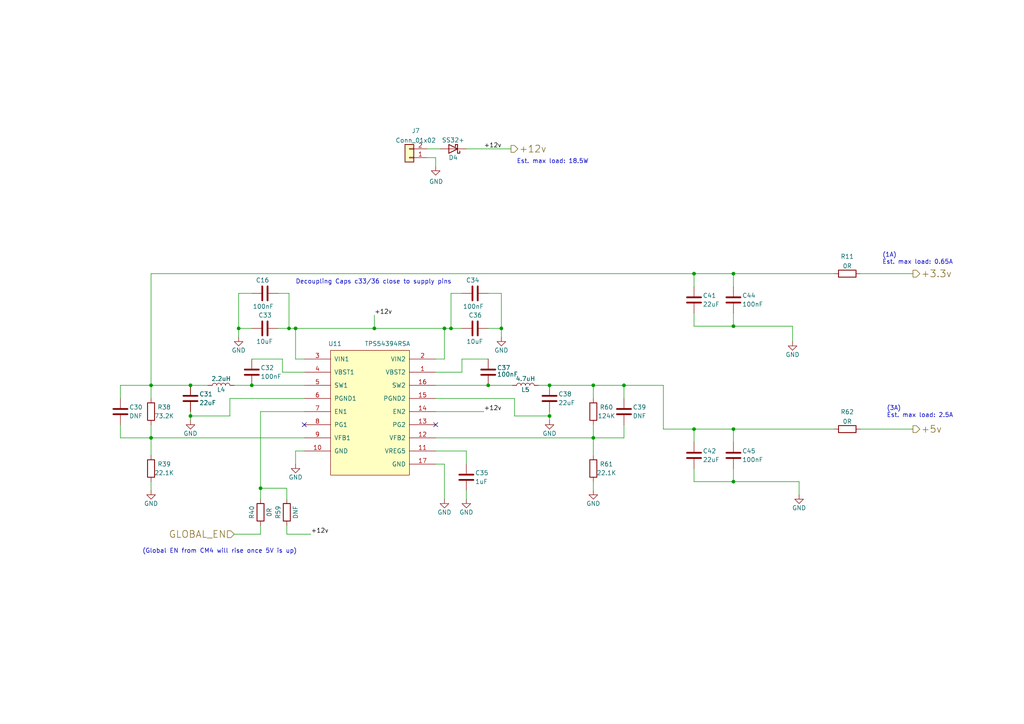
<source format=kicad_sch>
(kicad_sch (version 20211123) (generator eeschema)
  (paper "A4")
  (title_block (title "Yak") (date "2022-02-01") (rev "2") (company "Pionix GmbH") (comment 1 "Cornelius Claussen"))
  (lib_symbols
    (symbol "Connector_Generic:Conn_01x02" (pin_names (offset 1.016) hide)
      (property "Reference" "J" (at 0 2.54 0))
      (property "Value" "Conn_01x02" (at 0 -5.08 0))
      (symbol "Conn_01x02_1_1"
        (rectangle (start -1.27 -2.413) (end 0 -2.667) (stroke (width 0.1524)))
        (rectangle (start -1.27 0.127) (end 0 -0.127) (stroke (width 0.1524)))
        (rectangle (start -1.27 1.27) (end 1.27 -3.81) (stroke (width 0.254)) (fill (type background)))
        (pin passive line (at -5.08 0 0) (length 3.81) (name "Pin_1") (number "1"))
        (pin passive line (at -5.08 -2.54 0) (length 3.81) (name "Pin_2") (number "2"))
      )
    )
    (symbol "Device:C" (pin_numbers hide) (pin_names (offset 0.254))
      (property "Reference" "C" (at 0.635 2.54 0))
      (property "Value" "C" (at 0.635 -2.54 0))
      (symbol "C_0_1"
        (polyline (pts (xy -2.032 -0.762) (xy 2.032 -0.762)) (stroke (width 0.508)))
        (polyline (pts (xy -2.032 0.762) (xy 2.032 0.762)) (stroke (width 0.508)))
      )
      (symbol "C_1_1"
        (pin passive line (at 0 3.81 270) (length 2.794) (name "~") (number "1"))
        (pin passive line (at 0 -3.81 90) (length 2.794) (name "~") (number "2"))
      )
    )
    (symbol "Device:D_Schottky" (pin_numbers hide) (pin_names (offset 1.016) hide)
      (property "Reference" "D" (at 0 2.54 0))
      (property "Value" "D_Schottky" (at 0 -2.54 0))
      (symbol "D_Schottky_0_1"
        (polyline (pts (xy 1.27 0) (xy -1.27 0)))
        (polyline (pts (xy 1.27 1.27) (xy 1.27 -1.27) (xy -1.27 0) (xy 1.27 1.27)) (stroke (width 0.254)))
        (polyline (pts (xy -1.905 0.635) (xy -1.905 1.27) (xy -1.27 1.27) (xy -1.27 -1.27) (xy -0.635 -1.27) (xy -0.635 -0.635)) (stroke (width 0.254)))
      )
      (symbol "D_Schottky_1_1"
        (pin passive line (at -3.81 0 0) (length 2.54) (name "K") (number "1"))
        (pin passive line (at 3.81 0 180) (length 2.54) (name "A") (number "2"))
      )
    )
    (symbol "Device:L" (pin_numbers hide) (pin_names (offset 1.016) hide)
      (property "Reference" "L" (at -1.27 0 90))
      (property "Value" "L" (at 1.905 0 90))
      (symbol "L_0_1"
        (arc (start 0 -2.54) (mid 0.635 -1.905) (end 0 -1.27))
        (arc (start 0 -1.27) (mid 0.635 -0.635) (end 0 0))
        (arc (start 0 0) (mid 0.635 0.635) (end 0 1.27))
        (arc (start 0 1.27) (mid 0.635 1.905) (end 0 2.54))
      )
      (symbol "L_1_1"
        (pin passive line (at 0 3.81 270) (length 1.27) (name "1") (number "1"))
        (pin passive line (at 0 -3.81 90) (length 1.27) (name "2") (number "2"))
      )
    )
    (symbol "Device:R" (pin_numbers hide) (pin_names (offset 0))
      (property "Reference" "R" (at 2.032 0 90))
      (property "Value" "R" (at 0 0 90))
      (symbol "R_0_1"
        (rectangle (start -1.016 -2.54) (end 1.016 2.54) (stroke (width 0.254)))
      )
      (symbol "R_1_1"
        (pin passive line (at 0 3.81 270) (length 1.27) (name "~") (number "1"))
        (pin passive line (at 0 -3.81 90) (length 1.27) (name "~") (number "2"))
      )
    )
    (symbol "Pionix:TPS54394RSA" (pin_names (offset 1.016))
      (property "Reference" "U11" (at -10.16 19.685 0))
      (property "Value" "TPS54394RSA" (at 5.08 19.685 0))
      (symbol "TPS54394RSA_1_0"
        (rectangle (start -11.43 17.78) (end 11.43 -18.415) (fill (type background)))
      )
      (symbol "TPS54394RSA_1_1"
        (pin input line (at 19.05 11.43 180) (length 7.62) (name "VBST2") (number "1"))
        (pin input line (at -19.05 -11.43 0) (length 7.62) (name "GND") (number "10"))
        (pin input line (at 19.05 -11.43 180) (length 7.62) (name "VREG5") (number "11"))
        (pin input line (at 19.05 -7.62 180) (length 7.62) (name "VFB2") (number "12"))
        (pin input line (at 19.05 -3.81 180) (length 7.62) (name "PG2") (number "13"))
        (pin input line (at 19.05 0 180) (length 7.62) (name "EN2") (number "14"))
        (pin input line (at 19.05 3.81 180) (length 7.62) (name "PGND2") (number "15"))
        (pin input line (at 19.05 7.62 180) (length 7.62) (name "SW2") (number "16"))
        (pin input line (at 19.05 -15.24 180) (length 7.62) (name "GND") (number "17"))
        (pin input line (at 19.05 15.24 180) (length 7.62) (name "VIN2") (number "2"))
        (pin input line (at -19.05 15.24 0) (length 7.62) (name "VIN1") (number "3"))
        (pin input line (at -19.05 11.43 0) (length 7.62) (name "VBST1") (number "4"))
        (pin input line (at -19.05 7.62 0) (length 7.62) (name "SW1") (number "5"))
        (pin input line (at -19.05 3.81 0) (length 7.62) (name "PGND1") (number "6"))
        (pin input line (at -19.05 0 0) (length 7.62) (name "EN1") (number "7"))
        (pin input line (at -19.05 -3.81 0) (length 7.62) (name "PG1") (number "8"))
        (pin input line (at -19.05 -7.62 0) (length 7.62) (name "VFB1") (number "9"))
      )
    )
    (symbol "power:GND" (power) (pin_names (offset 0))
      (property "Value" "GND" (at 0 -3.81 0))
      (symbol "GND_0_1"
        (polyline (pts (xy 0 0) (xy 0 -1.27) (xy 1.27 -1.27) (xy 0 -2.54) (xy -1.27 -1.27) (xy 0 -1.27)))
      )
      (symbol "GND_1_1"
        (pin power_in line (at 0 0 270) (length 0) hide (name "GND") (number "1"))
      )
    )
  )
  (junction (at 75.565 141.605))
  (junction (at 212.725 124.46))
  (junction (at 128.905 95.25))
  (junction (at 172.085 111.76))
  (junction (at 212.725 139.7))
  (junction (at 108.585 95.25))
  (junction (at 212.725 94.615))
  (junction (at 180.975 111.76))
  (junction (at 159.385 111.76))
  (junction (at 55.245 120.65))
  (junction (at 159.385 120.65))
  (junction (at 73.025 111.76))
  (junction (at 201.295 124.46))
  (junction (at 172.085 127))
  (junction (at 69.215 95.25))
  (junction (at 141.605 111.76))
  (junction (at 55.245 111.76))
  (junction (at 83.82 95.25))
  (junction (at 130.81 95.25))
  (junction (at 212.725 79.375))
  (junction (at 201.295 79.375))
  (junction (at 43.815 127))
  (junction (at 85.725 95.25))
  (junction (at 145.415 95.25))
  (junction (at 43.815 111.76))
  (no_connect (at 126.365 123.19))
  (no_connect (at 88.265 123.19))
  (wire (pts (xy 249.555 79.375) (xy 264.795 79.375)))
  (wire (pts (xy 43.815 79.375) (xy 201.295 79.375)))
  (wire (pts (xy 126.365 115.57) (xy 149.225 115.57)))
  (wire (pts (xy 88.265 115.57) (xy 66.675 115.57)))
  (wire (pts (xy 192.405 111.76) (xy 192.405 124.46)))
  (wire (pts (xy 126.365 107.95) (xy 133.985 107.95)))
  (wire (pts (xy 85.725 130.81) (xy 85.725 134.62)))
  (wire (pts (xy 75.565 144.78) (xy 75.565 141.605)))
  (wire (pts (xy 75.565 154.94) (xy 75.565 152.4)))
  (wire (pts (xy 67.945 154.94) (xy 75.565 154.94)))
  (wire (pts (xy 75.565 141.605) (xy 75.565 119.38)))
  (wire (pts (xy 212.725 139.7) (xy 231.775 139.7)))
  (wire (pts (xy 130.81 85.09) (xy 130.81 95.25)))
  (wire (pts (xy 85.725 95.25) (xy 108.585 95.25)))
  (wire (pts (xy 66.675 115.57) (xy 66.675 120.65)))
  (wire (pts (xy 83.82 95.25) (xy 85.725 95.25)))
  (wire (pts (xy 80.645 95.25) (xy 83.82 95.25)))
  (wire (pts (xy 156.21 111.76) (xy 159.385 111.76)))
  (wire (pts (xy 159.385 120.65) (xy 159.385 121.92)))
  (wire (pts (xy 192.405 124.46) (xy 201.295 124.46)))
  (wire (pts (xy 85.725 104.14) (xy 88.265 104.14)))
  (wire (pts (xy 172.085 127) (xy 172.085 132.08)))
  (wire (pts (xy 172.085 127) (xy 180.975 127)))
  (wire (pts (xy 212.725 128.27) (xy 212.725 124.46)))
  (wire (pts (xy 73.025 95.25) (xy 69.215 95.25)))
  (wire (pts (xy 73.025 85.09) (xy 69.215 85.09)))
  (wire (pts (xy 108.585 95.25) (xy 128.905 95.25)))
  (wire (pts (xy 141.605 111.76) (xy 148.59 111.76)))
  (wire (pts (xy 73.025 111.76) (xy 88.265 111.76)))
  (wire (pts (xy 201.295 139.7) (xy 212.725 139.7)))
  (wire (pts (xy 130.81 95.25) (xy 133.985 95.25)))
  (wire (pts (xy 88.265 119.38) (xy 75.565 119.38)))
  (wire (pts (xy 128.905 144.78) (xy 128.905 134.62)))
  (wire (pts (xy 212.725 83.185) (xy 212.725 79.375)))
  (wire (pts (xy 133.985 107.95) (xy 133.985 104.14)))
  (wire (pts (xy 145.415 85.09) (xy 145.415 95.25)))
  (wire (pts (xy 43.815 111.76) (xy 43.815 115.57)))
  (wire (pts (xy 149.225 115.57) (xy 149.225 120.65)))
  (wire (pts (xy 43.815 123.19) (xy 43.815 127)))
  (wire (pts (xy 83.185 154.94) (xy 90.17 154.94)))
  (wire (pts (xy 83.185 152.4) (xy 83.185 154.94)))
  (wire (pts (xy 126.365 104.14) (xy 128.905 104.14)))
  (wire (pts (xy 212.725 90.805) (xy 212.725 94.615)))
  (wire (pts (xy 212.725 79.375) (xy 241.935 79.375)))
  (wire (pts (xy 135.255 43.18) (xy 148.209 43.18)))
  (wire (pts (xy 201.295 94.615) (xy 212.725 94.615)))
  (wire (pts (xy 55.245 119.38) (xy 55.245 120.65)))
  (wire (pts (xy 212.725 124.46) (xy 241.935 124.46)))
  (wire (pts (xy 201.295 90.805) (xy 201.295 94.615)))
  (wire (pts (xy 128.905 134.62) (xy 126.365 134.62)))
  (wire (pts (xy 135.255 144.78) (xy 135.255 142.24)))
  (wire (pts (xy 34.925 123.19) (xy 34.925 127)))
  (wire (pts (xy 83.82 85.09) (xy 83.82 95.25)))
  (wire (pts (xy 126.365 127) (xy 172.085 127)))
  (wire (pts (xy 201.295 128.27) (xy 201.295 124.46)))
  (wire (pts (xy 128.905 104.14) (xy 128.905 95.25)))
  (wire (pts (xy 180.975 111.76) (xy 192.405 111.76)))
  (wire (pts (xy 172.085 111.76) (xy 172.085 115.57)))
  (wire (pts (xy 67.945 111.76) (xy 73.025 111.76)))
  (wire (pts (xy 43.815 79.375) (xy 43.815 111.76)))
  (wire (pts (xy 201.295 79.375) (xy 212.725 79.375)))
  (wire (pts (xy 145.415 95.25) (xy 141.605 95.25)))
  (wire (pts (xy 172.085 111.76) (xy 180.975 111.76)))
  (wire (pts (xy 172.085 123.19) (xy 172.085 127)))
  (wire (pts (xy 212.725 135.89) (xy 212.725 139.7)))
  (wire (pts (xy 83.185 144.78) (xy 83.185 141.605)))
  (wire (pts (xy 83.185 141.605) (xy 75.565 141.605)))
  (wire (pts (xy 180.975 127) (xy 180.975 123.19)))
  (wire (pts (xy 172.085 139.7) (xy 172.085 142.24)))
  (wire (pts (xy 212.725 94.615) (xy 229.87 94.615)))
  (wire (pts (xy 88.265 130.81) (xy 85.725 130.81)))
  (wire (pts (xy 201.295 135.89) (xy 201.295 139.7)))
  (wire (pts (xy 34.925 127) (xy 43.815 127)))
  (wire (pts (xy 128.905 95.25) (xy 130.81 95.25)))
  (wire (pts (xy 201.295 83.185) (xy 201.295 79.375)))
  (wire (pts (xy 201.295 124.46) (xy 212.725 124.46)))
  (wire (pts (xy 34.925 111.76) (xy 43.815 111.76)))
  (wire (pts (xy 55.245 120.65) (xy 55.245 121.92)))
  (wire (pts (xy 249.555 124.46) (xy 264.795 124.46)))
  (wire (pts (xy 43.815 127) (xy 43.815 132.08)))
  (wire (pts (xy 108.585 91.44) (xy 108.585 95.25)))
  (wire (pts (xy 80.645 85.09) (xy 83.82 85.09)))
  (wire (pts (xy 126.365 111.76) (xy 141.605 111.76)))
  (wire (pts (xy 73.025 104.14) (xy 81.915 104.14)))
  (wire (pts (xy 149.225 120.65) (xy 159.385 120.65)))
  (wire (pts (xy 81.915 107.95) (xy 88.265 107.95)))
  (wire (pts (xy 126.365 119.38) (xy 140.335 119.38)))
  (wire (pts (xy 231.775 139.7) (xy 231.775 143.51)))
  (wire (pts (xy 69.215 95.25) (xy 69.215 97.79)))
  (wire (pts (xy 159.385 119.38) (xy 159.385 120.65)))
  (wire (pts (xy 126.365 48.26) (xy 126.365 45.72)))
  (wire (pts (xy 126.365 45.72) (xy 123.825 45.72)))
  (wire (pts (xy 85.725 95.25) (xy 85.725 104.14)))
  (wire (pts (xy 133.985 104.14) (xy 141.605 104.14)))
  (wire (pts (xy 135.255 134.62) (xy 135.255 130.81)))
  (wire (pts (xy 180.975 115.57) (xy 180.975 111.76)))
  (wire (pts (xy 55.245 111.76) (xy 60.325 111.76)))
  (wire (pts (xy 43.815 127) (xy 88.265 127)))
  (wire (pts (xy 229.87 94.615) (xy 229.87 99.06)))
  (wire (pts (xy 145.415 97.79) (xy 145.415 95.25)))
  (wire (pts (xy 43.815 111.76) (xy 55.245 111.76)))
  (wire (pts (xy 141.605 85.09) (xy 145.415 85.09)))
  (wire (pts (xy 123.825 43.18) (xy 127.635 43.18)))
  (wire (pts (xy 66.675 120.65) (xy 55.245 120.65)))
  (wire (pts (xy 43.815 142.24) (xy 43.815 139.7)))
  (wire (pts (xy 159.385 111.76) (xy 172.085 111.76)))
  (wire (pts (xy 34.925 115.57) (xy 34.925 111.76)))
  (wire (pts (xy 135.255 130.81) (xy 126.365 130.81)))
  (wire (pts (xy 133.985 85.09) (xy 130.81 85.09)))
  (wire (pts (xy 81.915 104.14) (xy 81.915 107.95)))
  (wire (pts (xy 69.215 85.09) (xy 69.215 95.25)))
  (text "Decoupling Caps c33/36 close to supply pins" (at 85.725 82.55 0) (effects (font (size 1.27 1.27)) (justify left bottom)))
  (text "Est. max load: 18.5W" (at 149.86 47.625 0) (effects (font (size 1.27 1.27)) (justify left bottom)))
  (text "(3A)\nEst. max load: 2.5A" (at 257.175 121.285 0) (effects (font (size 1.27 1.27)) (justify left bottom)))
  (text "(Global EN from CM4 will rise once 5V is up)" (at 41.275 160.655 0) (effects (font (size 1.27 1.27)) (justify left bottom)))
  (text "(1A)\nEst. max load: 0.65A" (at 255.905 76.835 0) (effects (font (size 1.27 1.27)) (justify left bottom)))
  (label "+12v" (at 140.335 119.38 0))
  (label "+12v" (at 140.335 43.18 0))
  (label "+12v" (at 90.17 154.94 0))
  (label "+12v" (at 108.585 91.44 0))
  (hierarchical_label "+5v" (shape output) (at 264.795 124.46 0) (effects (font (size 2.0066 2.0066))))
  (hierarchical_label "GLOBAL_EN" (shape input) (at 67.945 154.94 180) (effects (font (size 2.0066 2.0066))))
  (hierarchical_label "+12v" (shape output) (at 148.209 43.18 0) (effects (font (size 2.0066 2.0066))))
  (hierarchical_label "+3.3v" (shape output) (at 264.795 79.375 0) (effects (font (size 2.0066 2.0066))))
  (symbol (lib_id "power:GND") (at 135.255 144.78 0) (unit 1)
    (property "Reference" "#PWR0141" (effects hide))
    (property "Value" "GND" (at 135.255 148.59 0))
  )
  (symbol (lib_id "power:GND") (at 231.775 143.51 0) (unit 1)
    (property "Reference" "#PWR0106" (effects hide))
    (property "Value" "GND" (at 231.775 147.32 0))
  )
  (symbol (lib_id "power:GND") (at 159.385 121.92 0) (unit 1)
    (property "Reference" "#PWR0101" (effects hide))
    (property "Value" "GND" (at 159.385 125.73 0))
  )
  (symbol (lib_id "Pionix:TPS54394RSA") (at 107.315 119.38 0) (unit 1)
    (property "Reference" "U11" (at 97.155 99.695 0))
    (property "Value" "TPS54394RSA" (at 112.395 99.695 0))
    (property "Footprint" "Package_DFN_QFN:QFN-16-1EP_4x4mm_P0.65mm_EP2.7x2.7mm_ThermalVias" (effects hide))
    (property "Field4" "Digikey" (effects hide))
    (property "Field5" "296-36448-1-ND" (effects hide))
    (property "Field6" "TPS54394RSAT" (effects hide))
    (property "Field7" "Texas" (effects hide))
    (property "Part Description" "Buck Switching Regulator IC Positive Adjustable 0.76V 2 Output 3A 16-VQFN Exposed Pad" (effects hide))
  )
  (symbol (lib_id "Device:L") (at 152.4 111.76 90) (unit 1)
    (property "Reference" "L5" (at 152.4 113.03 90))
    (property "Value" "4.7uH" (at 152.4 109.855 90))
    (property "Footprint" "Inductor_SMD:L_Vishay_IHLP-2525" (effects hide))
    (property "Field4" "Mouser" (effects hide))
    (property "Field5" "IHLP2525CZER4R7M11" (effects hide))
    (property "Field6" "IHLP2525CZER4R7M11" (effects hide))
    (property "Field7" "Vishay" (effects hide))
    (property "Part Description" "Power Inductor (SMD), 4.7 µH, 4 A, Shielded,  6.47mm x 6.47mm x 3mm" (effects hide))
  )
  (symbol (lib_id "Device:C") (at 212.725 132.08 0) (unit 1)
    (property "Reference" "C45" (at 215.265 130.81 0) (effects (justify left)))
    (property "Value" "100nF" (at 215.265 133.35 0) (effects (justify left)))
    (property "Footprint" "Capacitor_SMD:C_0603_1608Metric" (effects hide))
    (property "Field4" "Farnell" (effects hide))
    (property "Field5" "9402047RL " (effects hide))
    (property "Field6" "CC0402KRX7R7BB104" (effects hide))
    (property "Field7" "Yageo" (effects hide))
    (property "STANDARD" "100nF 10% 16V Ceramic Capacitor X7R 0402 (1005 Metric)" (effects hide))
  )
  (symbol (lib_id "power:GND") (at 69.215 97.79 0) (unit 1)
    (property "Reference" "#PWR0105" (effects hide))
    (property "Value" "GND" (at 69.215 101.6 0))
  )
  (symbol (lib_id "Device:C") (at 73.025 107.95 0) (unit 1)
    (property "Reference" "C32" (at 75.565 106.68 0) (effects (justify left)))
    (property "Value" "100nF" (at 75.565 109.22 0) (effects (justify left)))
    (property "Footprint" "Capacitor_SMD:C_0603_1608Metric" (effects hide))
    (property "Field4" "Farnell" (effects hide))
    (property "Field5" "9402047RL " (effects hide))
    (property "Field6" "CC0402KRX7R7BB104" (effects hide))
    (property "Field7" "Yageo" (effects hide))
    (property "STANDARD" "100nF 10% 16V Ceramic Capacitor X7R 0402 (1005 Metric)" (effects hide))
  )
  (symbol (lib_id "Device:C") (at 180.975 119.38 0) (unit 1)
    (property "Reference" "C39" (at 183.515 118.11 0) (effects (justify left)))
    (property "Value" "DNF" (at 183.515 120.65 0) (effects (justify left)))
    (property "Footprint" "Capacitor_SMD:C_0603_1608Metric" (effects hide))
  )
  (symbol (lib_id "Device:L") (at 64.135 111.76 90) (unit 1)
    (property "Reference" "L4" (at 64.135 113.03 90))
    (property "Value" "2.2uH" (at 64.135 109.855 90))
    (property "Footprint" "Inductor_SMD:L_Vishay_IHLP-1616" (effects hide))
    (property "Field4" "Farnell" (effects hide))
    (property "Field5" "1741304" (effects hide))
    (property "Field6" "IHLP1616BZER2R2M11" (effects hide))
    (property "Field7" "Vishay" (effects hide))
    (property "Part Description" "Power Inductor (SMD), 2.2 µH, 3.25 A, Shielded, 3.25 A, 4.45mm x 4.06mm x 2mm" (effects hide))
  )
  (symbol (lib_id "power:GND") (at 126.365 48.26 0) (unit 1)
    (property "Reference" "#PWR0102" (effects hide))
    (property "Value" "GND" (at 126.492 52.6542 0))
  )
  (symbol (lib_id "Device:C") (at 76.835 85.09 90) (unit 1)
    (property "Reference" "C16" (at 78.105 81.28 90) (effects (justify left)))
    (property "Value" "100nF" (at 79.375 88.9 90) (effects (justify left)))
    (property "Footprint" "Capacitor_SMD:C_0603_1608Metric" (effects hide))
    (property "Field4" "Farnell" (effects hide))
    (property "Field5" "9402047RL " (effects hide))
    (property "Field6" "CC0402KRX7R7BB104" (effects hide))
    (property "Field7" "Yageo" (effects hide))
    (property "STANDARD" "100nF 10% 16V Ceramic Capacitor X7R 0402 (1005 Metric)" (effects hide))
  )
  (symbol (lib_id "Device:R") (at 245.745 79.375 90) (unit 1)
    (property "Reference" "R11" (at 245.745 74.3925 90))
    (property "Value" "0R" (at 245.745 77.1676 90))
    (property "Footprint" "Resistor_SMD:R_0603_1608Metric" (effects hide))
    (property "Field4" "Mouser" (effects hide))
    (property "Field5" "652-CR1206-J/-000ELF " (effects hide))
    (property "Field6" "CR1206-J/-000ELF " (effects hide))
    (property "Field7" "Bourns" (effects hide))
    (property "STANDARD" "Resistor 0R 1206 M3216 1% 100mW" (effects hide))
  )
  (symbol (lib_id "power:GND") (at 145.415 97.79 0) (unit 1)
    (property "Reference" "#PWR0103" (effects hide))
    (property "Value" "GND" (at 145.415 101.6 0))
  )
  (symbol (lib_id "Device:C") (at 34.925 119.38 0) (unit 1)
    (property "Reference" "C30" (at 37.465 118.11 0) (effects (justify left)))
    (property "Value" "DNF" (at 37.465 120.65 0) (effects (justify left)))
    (property "Footprint" "Capacitor_SMD:C_0603_1608Metric" (effects hide))
  )
  (symbol (lib_id "Device:C") (at 201.295 86.995 0) (unit 1)
    (property "Reference" "C41" (at 203.835 85.725 0) (effects (justify left)))
    (property "Value" "22uF" (at 203.835 88.265 0) (effects (justify left)))
    (property "Footprint" "Capacitor_SMD:C_1206_3216Metric" (effects hide))
    (property "Field4" "Farnell" (effects hide))
    (property "Field5" "2112748" (effects hide))
    (property "Part Description" "SMD Multilayer Ceramic Capacitor, 22 µF, 10 V, 1206 [3216 Metric], ± 20%, X7R, -55 °C" (effects hide))
    (property "Field6" "LMK316AB7226ML-TR" (effects hide))
    (property "Field7" "TAIYO YUDEN" (effects hide))
  )
  (symbol (lib_id "Device:R") (at 75.565 148.59 180) (unit 1)
    (property "Reference" "R40" (at 73.025 148.59 90))
    (property "Value" "0R" (at 78.105 148.59 90))
    (property "Footprint" "Resistor_SMD:R_0603_1608Metric" (effects hide))
    (property "Field4" "Farnell" (effects hide))
    (property "Field5" "2693092" (effects hide))
    (property "Field6" "CRCW06030000ZSTA" (effects hide))
    (property "Field7" "Vishay" (effects hide))
    (property "STANDARD" "Resistor 0R 50V 0603 M1608 1% 100mW" (effects hide))
  )
  (symbol (lib_id "Device:R") (at 172.085 135.89 0) (unit 1)
    (property "Reference" "R61" (at 175.895 134.62 0))
    (property "Value" "22.1K" (at 175.895 137.16 0))
    (property "Footprint" "Resistor_SMD:R_0603_1608Metric" (effects hide))
    (property "Field4" "Farnell" (effects hide))
    (property "Field5" "3495773" (effects hide))
    (property "Field6" "RC0603FR-0722K1L" (effects hide))
    (property "Field7" "Yageo" (effects hide))
    (property "STANDARD" "Resistor 22.1K 50V 0603 M1608 1% 100mW" (effects hide))
  )
  (symbol (lib_id "Device:C") (at 137.795 85.09 90) (unit 1)
    (property "Reference" "C34" (at 139.065 81.28 90) (effects (justify left)))
    (property "Value" "100nF" (at 140.335 88.9 90) (effects (justify left)))
    (property "Footprint" "Capacitor_SMD:C_0603_1608Metric" (effects hide))
    (property "Field4" "Farnell" (effects hide))
    (property "Field5" "9402047RL " (effects hide))
    (property "Field6" "CC0402KRX7R7BB104" (effects hide))
    (property "Field7" "Yageo" (effects hide))
    (property "STANDARD" "100nF 10% 16V Ceramic Capacitor X7R 0402 (1005 Metric)" (effects hide))
  )
  (symbol (lib_id "Device:D_Schottky") (at 131.445 43.18 180) (unit 1)
    (property "Reference" "D4" (at 131.445 45.72 0))
    (property "Value" "SS32+" (at 131.445 40.64 0))
    (property "Footprint" "Diode_SMD:D_SMC" (effects hide))
    (property "Field4" "Farnell" (effects hide))
    (property "Field5" "SS32+" (effects hide))
    (property "Field6" "2675142" (effects hide))
    (property "Field7" "Multicomp" (effects hide))
    (property "Part Description" "Schottky Rectifier, 20 V, 3 A, Single, DO-214AB (SMC), 2 Pins, 550 mV" (effects hide))
  )
  (symbol (lib_id "power:GND") (at 43.815 142.24 0) (unit 1)
    (property "Reference" "#PWR0108" (effects hide))
    (property "Value" "GND" (at 43.815 146.05 0))
  )
  (symbol (lib_id "Device:C") (at 76.835 95.25 270) (unit 1)
    (property "Reference" "C33" (at 74.93 91.44 90) (effects (justify left)))
    (property "Value" "10uF" (at 74.295 99.06 90) (effects (justify left)))
    (property "Footprint" "Capacitor_SMD:C_0805_2012Metric" (effects hide))
    (property "Field4" "Digikey" (effects hide))
    (property "Field5" "587-3319-1-ND" (effects hide))
    (property "Field6" "EMK212BB7106MG-T" (effects hide))
    (property "Field7" "Taiyo Yuden" (effects hide))
    (property "STANDARD" "10uF 10% 16V Ceramic Capacitor X7R 0805 (2012 Metric)" (effects hide))
  )
  (symbol (lib_id "power:GND") (at 172.085 142.24 0) (unit 1)
    (property "Reference" "#PWR0107" (effects hide))
    (property "Value" "GND" (at 172.085 146.05 0))
  )
  (symbol (lib_id "Device:R") (at 172.085 119.38 0) (unit 1)
    (property "Reference" "R60" (at 175.895 118.11 0))
    (property "Value" "124K" (at 175.895 120.65 0))
    (property "Footprint" "Resistor_SMD:R_0603_1608Metric" (effects hide))
    (property "Field4" "Farnell" (effects hide))
    (property "Field5" "2059499" (effects hide))
    (property "Field6" "ERJ3EKF1243V" (effects hide))
    (property "Field7" "Panasonic" (effects hide))
    (property "STANDARD" "Resistor 124K 50V 0603 M1608 1% 100mW" (effects hide))
  )
  (symbol (lib_id "Device:R") (at 43.815 119.38 0) (unit 1)
    (property "Reference" "R38" (at 47.625 118.11 0))
    (property "Value" "73.2K" (at 47.625 120.65 0))
    (property "Footprint" "Resistor_SMD:R_0603_1608Metric" (effects hide))
    (property "Field4" "Farnell" (effects hide))
    (property "Field5" "2138484 " (effects hide))
    (property "Field6" "CRCW060373K2FKEA." (effects hide))
    (property "Field7" "Vishay" (effects hide))
    (property "STANDARD" "Resistor 73.2K 50V 0603 M1608 1% 100mW" (effects hide))
  )
  (symbol (lib_id "Device:C") (at 159.385 115.57 0) (unit 1)
    (property "Reference" "C38" (at 161.925 114.3 0) (effects (justify left)))
    (property "Value" "22uF" (at 161.925 116.84 0) (effects (justify left)))
    (property "Footprint" "Capacitor_SMD:C_1206_3216Metric" (effects hide))
    (property "Field4" "Farnell" (effects hide))
    (property "Field5" "2112748" (effects hide))
    (property "Part Description" "SMD Multilayer Ceramic Capacitor, 22 µF, 10 V, 1206 [3216 Metric], ± 20%, X7R, -55 °C" (effects hide))
    (property "Field6" "LMK316AB7226ML-TR" (effects hide))
    (property "Field7" "TAIYO YUDEN" (effects hide))
  )
  (symbol (lib_id "Connector_Generic:Conn_01x02") (at 118.745 45.72 180) (unit 1)
    (property "Reference" "J7" (at 120.5865 37.9435 0))
    (property "Value" "Conn_01x02" (at 120.5865 40.7186 0))
    (property "Footprint" "Connector_PinHeader_2.54mm:PinHeader_1x02_P2.54mm_Vertical" (effects hide))
    (property "Field4" "DNF" (effects hide))
  )
  (symbol (lib_id "Device:R") (at 43.815 135.89 0) (unit 1)
    (property "Reference" "R39" (at 47.625 134.62 0))
    (property "Value" "22.1K" (at 47.625 137.16 0))
    (property "Footprint" "Resistor_SMD:R_0603_1608Metric" (effects hide))
    (property "Field4" "Farnell" (effects hide))
    (property "Field5" "3495773" (effects hide))
    (property "Field6" "RC0603FR-0722K1L" (effects hide))
    (property "Field7" "Yageo" (effects hide))
    (property "STANDARD" "Resistor 22.1K 50V 0603 M1608 1% 100mW" (effects hide))
  )
  (symbol (lib_id "Device:C") (at 137.795 95.25 270) (unit 1)
    (property "Reference" "C36" (at 135.89 91.44 90) (effects (justify left)))
    (property "Value" "10uF" (at 135.255 99.06 90) (effects (justify left)))
    (property "Footprint" "Capacitor_SMD:C_0805_2012Metric" (effects hide))
    (property "Field4" "Digikey" (effects hide))
    (property "Field5" "587-3319-1-ND" (effects hide))
    (property "Field6" "EMK212BB7106MG-T" (effects hide))
    (property "Field7" "Taiyo Yuden" (effects hide))
    (property "STANDARD" "10uF 10% 16V Ceramic Capacitor X7R 0805 (2012 Metric)" (effects hide))
  )
  (symbol (lib_id "Device:R") (at 245.745 124.46 270) (mirror x) (unit 1)
    (property "Reference" "R62" (at 245.745 119.4775 90))
    (property "Value" "0R" (at 245.745 122.2526 90))
    (property "Footprint" "Resistor_SMD:R_0603_1608Metric" (effects hide))
    (property "Field4" "Mouser" (effects hide))
    (property "Field5" "652-CR1206-J/-000ELF " (effects hide))
    (property "Field6" "CR1206-J/-000ELF " (effects hide))
    (property "Field7" "Bourns" (effects hide))
    (property "STANDARD" "Resistor 0R 1206 M3216 1% 100mW" (effects hide))
  )
  (symbol (lib_id "power:GND") (at 55.245 121.92 0) (unit 1)
    (property "Reference" "#PWR0139" (effects hide))
    (property "Value" "GND" (at 55.245 125.73 0))
  )
  (symbol (lib_id "Device:C") (at 201.295 132.08 0) (unit 1)
    (property "Reference" "C42" (at 203.835 130.81 0) (effects (justify left)))
    (property "Value" "22uF" (at 203.835 133.35 0) (effects (justify left)))
    (property "Footprint" "Capacitor_SMD:C_1206_3216Metric" (effects hide))
    (property "Field4" "Farnell" (effects hide))
    (property "Field5" "2112748" (effects hide))
    (property "Part Description" "SMD Multilayer Ceramic Capacitor, 22 µF, 10 V, 1206 [3216 Metric], ± 20%, X7R, -55 °C" (effects hide))
    (property "Field6" "LMK316AB7226ML-TR" (effects hide))
    (property "Field7" "TAIYO YUDEN" (effects hide))
  )
  (symbol (lib_id "power:GND") (at 229.87 99.06 0) (unit 1)
    (property "Reference" "#PWR0104" (effects hide))
    (property "Value" "GND" (at 229.87 102.87 0))
  )
  (symbol (lib_id "Device:C") (at 141.605 107.95 0) (unit 1)
    (property "Reference" "C37" (at 144.145 106.68 0) (effects (justify left)))
    (property "Value" "100nF" (at 144.145 108.585 0) (effects (justify left)))
    (property "Footprint" "Capacitor_SMD:C_0603_1608Metric" (effects hide))
    (property "Field4" "Farnell" (effects hide))
    (property "Field5" "9402047RL " (effects hide))
    (property "Field6" "CC0402KRX7R7BB104" (effects hide))
    (property "Field7" "Yageo" (effects hide))
    (property "STANDARD" "100nF 10% 16V Ceramic Capacitor X7R 0402 (1005 Metric)" (effects hide))
  )
  (symbol (lib_id "power:GND") (at 85.725 134.62 0) (unit 1)
    (property "Reference" "#PWR0140" (effects hide))
    (property "Value" "GND" (at 85.725 138.43 0))
  )
  (symbol (lib_id "Device:R") (at 83.185 148.59 180) (unit 1)
    (property "Reference" "R59" (at 80.645 148.59 90))
    (property "Value" "DNF" (at 85.725 148.59 90))
    (property "Footprint" "Resistor_SMD:R_0603_1608Metric" (effects hide))
  )
  (symbol (lib_id "power:GND") (at 128.905 144.78 0) (unit 1)
    (property "Reference" "#PWR0134" (effects hide))
    (property "Value" "GND" (at 128.905 148.59 0))
  )
  (symbol (lib_id "Device:C") (at 55.245 115.57 0) (unit 1)
    (property "Reference" "C31" (at 57.785 114.3 0) (effects (justify left)))
    (property "Value" "22uF" (at 57.785 116.84 0) (effects (justify left)))
    (property "Footprint" "Capacitor_SMD:C_1206_3216Metric" (effects hide))
    (property "Field4" "Farnell" (effects hide))
    (property "Field5" "2112748" (effects hide))
    (property "Part Description" "SMD Multilayer Ceramic Capacitor, 22 µF, 10 V, 1206 [3216 Metric], ± 20%, X7R, -55 °C" (effects hide))
    (property "Field6" "LMK316AB7226ML-TR" (effects hide))
    (property "Field7" "TAIYO YUDEN" (effects hide))
  )
  (symbol (lib_id "Device:C") (at 212.725 86.995 0) (unit 1)
    (property "Reference" "C44" (at 215.265 85.725 0) (effects (justify left)))
    (property "Value" "100nF" (at 215.265 88.265 0) (effects (justify left)))
    (property "Footprint" "Capacitor_SMD:C_0603_1608Metric" (effects hide))
    (property "Field4" "Farnell" (effects hide))
    (property "Field5" "9402047RL " (effects hide))
    (property "Field6" "CC0402KRX7R7BB104" (effects hide))
    (property "Field7" "Yageo" (effects hide))
    (property "STANDARD" "100nF 10% 16V Ceramic Capacitor X7R 0402 (1005 Metric)" (effects hide))
  )
  (symbol (lib_id "Device:C") (at 135.255 138.43 0) (unit 1)
    (property "Reference" "C35" (at 137.795 137.16 0) (effects (justify left)))
    (property "Value" "1uF" (at 137.795 139.7 0) (effects (justify left)))
    (property "Footprint" "Capacitor_SMD:C_0603_1608Metric" (effects hide))
    (property "Field4" "Digikey" (effects hide))
    (property "Field5" "CM105X7R105K25AT" (effects hide))
    (property "Field6" "478-CM105X7R105K25ATCT-ND" (effects hide))
    (property "Field7" "KYOCERA AVX" (effects hide))
    (property "STANDARD" "1uF 10% 25V Ceramic Capacitor X7R 0603 (1608 Metric)" (effects hide))
  )
)
</source>
